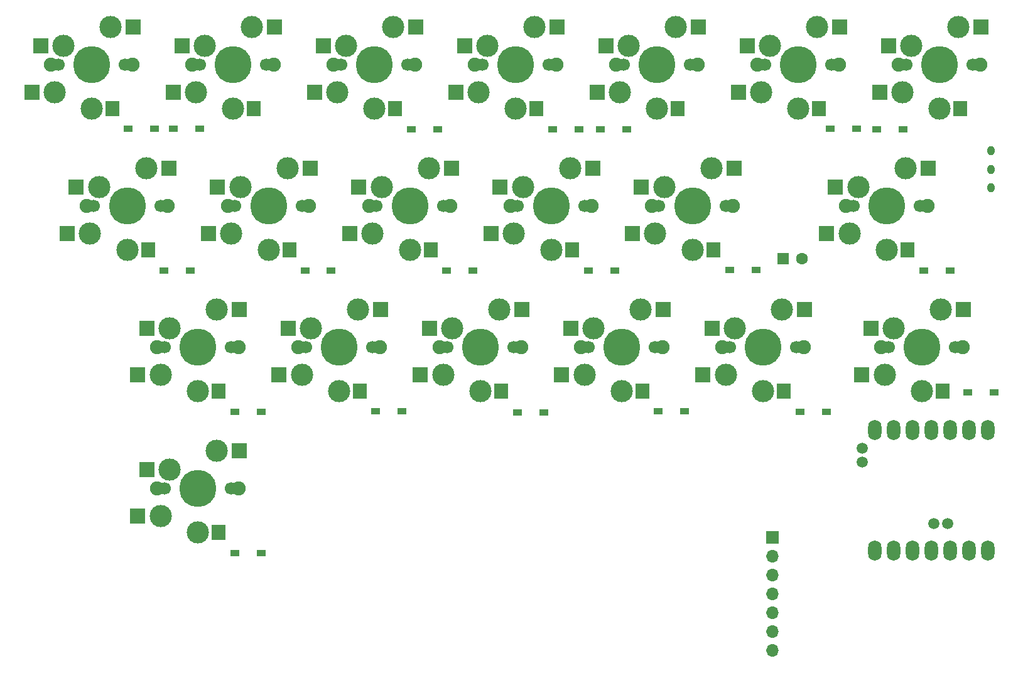
<source format=gbr>
%TF.GenerationSoftware,KiCad,Pcbnew,8.0.7*%
%TF.CreationDate,2025-01-09T22:17:52+09:00*%
%TF.ProjectId,cool937tb_R,636f6f6c-3933-4377-9462-5f522e6b6963,rev?*%
%TF.SameCoordinates,Original*%
%TF.FileFunction,Soldermask,Bot*%
%TF.FilePolarity,Negative*%
%FSLAX46Y46*%
G04 Gerber Fmt 4.6, Leading zero omitted, Abs format (unit mm)*
G04 Created by KiCad (PCBNEW 8.0.7) date 2025-01-09 22:17:52*
%MOMM*%
%LPD*%
G01*
G04 APERTURE LIST*
%ADD10R,1.300000X0.950000*%
%ADD11C,1.900000*%
%ADD12C,1.700000*%
%ADD13C,3.000000*%
%ADD14C,5.000000*%
%ADD15R,2.000000X2.000000*%
%ADD16R,1.900000X2.000000*%
%ADD17O,1.000000X1.300000*%
%ADD18R,1.700000X1.700000*%
%ADD19O,1.700000X1.700000*%
%ADD20R,1.600000X1.600000*%
%ADD21C,1.600000*%
%ADD22O,1.800000X2.750000*%
%ADD23C,1.500000*%
G04 APERTURE END LIST*
D10*
%TO.C,D14*%
X66955000Y-27760000D03*
X70505000Y-27760000D03*
%TD*%
D11*
%TO.C,SW1*%
X-5500000Y0D03*
D12*
X-5080000Y0D03*
D13*
X-5000000Y-3700000D03*
D12*
X-4500000Y0D03*
D13*
X-3810000Y2540000D03*
D14*
X0Y0D03*
D13*
X0Y-5900000D03*
X2540000Y5080000D03*
D12*
X4500000Y0D03*
X5080000Y0D03*
D11*
X5500000Y0D03*
D15*
X-8100000Y-3700000D03*
X-6900000Y2540000D03*
D16*
X2800000Y-5900000D03*
D15*
X5600000Y5080000D03*
%TD*%
D10*
%TO.C,D10*%
X47835000Y-27730000D03*
X51385000Y-27730000D03*
%TD*%
%TO.C,D15*%
X76375000Y-46770000D03*
X79925000Y-46770000D03*
%TD*%
D11*
%TO.C,SW8*%
X84987500Y-38100000D03*
D12*
X85407500Y-38100000D03*
D13*
X85487500Y-41800000D03*
D12*
X85987500Y-38100000D03*
D13*
X86677500Y-35560000D03*
D14*
X90487500Y-38100000D03*
D13*
X90487500Y-44000000D03*
X93027500Y-33020000D03*
D12*
X94987500Y-38100000D03*
X95567500Y-38100000D03*
D11*
X95987500Y-38100000D03*
D15*
X82387500Y-41800000D03*
X83587500Y-35560000D03*
D16*
X93287500Y-44000000D03*
D15*
X96087500Y-33020000D03*
%TD*%
D11*
%TO.C,SW15*%
X65937500Y-38100000D03*
D12*
X66357500Y-38100000D03*
D13*
X66437500Y-41800000D03*
D12*
X66937500Y-38100000D03*
D13*
X67627500Y-35560000D03*
D14*
X71437500Y-38100000D03*
D13*
X71437500Y-44000000D03*
X73977500Y-33020000D03*
D12*
X75937500Y-38100000D03*
X76517500Y-38100000D03*
D11*
X76937500Y-38100000D03*
D15*
X63337500Y-41800000D03*
X64537500Y-35560000D03*
D16*
X74237500Y-44000000D03*
D15*
X77037500Y-33020000D03*
%TD*%
D10*
%TO.C,D13*%
X62155000Y-8750000D03*
X65705000Y-8750000D03*
%TD*%
D11*
%TO.C,SW16*%
X108800000Y0D03*
D12*
X109220000Y0D03*
D13*
X109300000Y-3700000D03*
D12*
X109800000Y0D03*
D13*
X110490000Y2540000D03*
D14*
X114300000Y0D03*
D13*
X114300000Y-5900000D03*
X116840000Y5080000D03*
D12*
X118800000Y0D03*
X119380000Y0D03*
D11*
X119800000Y0D03*
D15*
X106200000Y-3700000D03*
X107400000Y2540000D03*
D16*
X117100000Y-5900000D03*
D15*
X119900000Y5080000D03*
%TD*%
D17*
%TO.C,SW21*%
X121220000Y-11620000D03*
X121220000Y-14120000D03*
X121220000Y-16620000D03*
%TD*%
D10*
%TO.C,D1*%
X4865000Y-8620000D03*
X8415000Y-8620000D03*
%TD*%
%TO.C,D2*%
X9745000Y-27730000D03*
X13295000Y-27730000D03*
%TD*%
%TO.C,D17*%
X68535000Y-8710000D03*
X72085000Y-8710000D03*
%TD*%
%TO.C,D7*%
X38245000Y-46750000D03*
X41795000Y-46750000D03*
%TD*%
D11*
%TO.C,SW13*%
X51650000Y0D03*
D12*
X52070000Y0D03*
D13*
X52150000Y-3700000D03*
D12*
X52650000Y0D03*
D13*
X53340000Y2540000D03*
D14*
X57150000Y0D03*
D13*
X57150000Y-5900000D03*
X59690000Y5080000D03*
D12*
X61650000Y0D03*
X62230000Y0D03*
D11*
X62650000Y0D03*
D15*
X49050000Y-3700000D03*
X50250000Y2540000D03*
D16*
X59950000Y-5900000D03*
D15*
X62750000Y5080000D03*
%TD*%
D10*
%TO.C,D11*%
X57405000Y-46880000D03*
X60955000Y-46880000D03*
%TD*%
D11*
%TO.C,SW17*%
X70700000Y0D03*
D12*
X71120000Y0D03*
D13*
X71200000Y-3700000D03*
D12*
X71700000Y0D03*
D13*
X72390000Y2540000D03*
D14*
X76200000Y0D03*
D13*
X76200000Y-5900000D03*
X78740000Y5080000D03*
D12*
X80700000Y0D03*
X81280000Y0D03*
D11*
X81700000Y0D03*
D15*
X68100000Y-3700000D03*
X69300000Y2540000D03*
D16*
X79000000Y-5900000D03*
D15*
X81800000Y5080000D03*
%TD*%
D11*
%TO.C,SW11*%
X46887500Y-38100000D03*
D12*
X47307500Y-38100000D03*
D13*
X47387500Y-41800000D03*
D12*
X47887500Y-38100000D03*
D13*
X48577500Y-35560000D03*
D14*
X52387500Y-38100000D03*
D13*
X52387500Y-44000000D03*
X54927500Y-33020000D03*
D12*
X56887500Y-38100000D03*
X57467500Y-38100000D03*
D11*
X57887500Y-38100000D03*
D15*
X44287500Y-41800000D03*
X45487500Y-35560000D03*
D16*
X55187500Y-44000000D03*
D15*
X57987500Y-33020000D03*
%TD*%
D11*
%TO.C,SW12*%
X75462500Y-19050000D03*
D12*
X75882500Y-19050000D03*
D13*
X75962500Y-22750000D03*
D12*
X76462500Y-19050000D03*
D13*
X77152500Y-16510000D03*
D14*
X80962500Y-19050000D03*
D13*
X80962500Y-24950000D03*
X83502500Y-13970000D03*
D12*
X85462500Y-19050000D03*
X86042500Y-19050000D03*
D11*
X86462500Y-19050000D03*
D15*
X72862500Y-22750000D03*
X74062500Y-16510000D03*
D16*
X83762500Y-24950000D03*
D15*
X86562500Y-13970000D03*
%TD*%
D11*
%TO.C,SW19*%
X106418750Y-38100000D03*
D12*
X106838750Y-38100000D03*
D13*
X106918750Y-41800000D03*
D12*
X107418750Y-38100000D03*
D13*
X108108750Y-35560000D03*
D14*
X111918750Y-38100000D03*
D13*
X111918750Y-44000000D03*
X114458750Y-33020000D03*
D12*
X116418750Y-38100000D03*
X116998750Y-38100000D03*
D11*
X117418750Y-38100000D03*
D15*
X103818750Y-41800000D03*
X105018750Y-35560000D03*
D16*
X114718750Y-44000000D03*
D15*
X117518750Y-33020000D03*
%TD*%
D11*
%TO.C,SW20*%
X89750000Y0D03*
D12*
X90170000Y0D03*
D13*
X90250000Y-3700000D03*
D12*
X90750000Y0D03*
D13*
X91440000Y2540000D03*
D14*
X95250000Y0D03*
D13*
X95250000Y-5900000D03*
X97790000Y5080000D03*
D12*
X99750000Y0D03*
X100330000Y0D03*
D11*
X100750000Y0D03*
D15*
X87150000Y-3700000D03*
X88350000Y2540000D03*
D16*
X98050000Y-5900000D03*
D15*
X100850000Y5080000D03*
%TD*%
D10*
%TO.C,D18*%
X112155000Y-27740000D03*
X115705000Y-27740000D03*
%TD*%
D11*
%TO.C,SW3*%
X8787500Y-38100000D03*
D12*
X9207500Y-38100000D03*
D13*
X9287500Y-41800000D03*
D12*
X9787500Y-38100000D03*
D13*
X10477500Y-35560000D03*
D14*
X14287500Y-38100000D03*
D13*
X14287500Y-44000000D03*
X16827500Y-33020000D03*
D12*
X18787500Y-38100000D03*
X19367500Y-38100000D03*
D11*
X19787500Y-38100000D03*
D15*
X6187500Y-41800000D03*
X7387500Y-35560000D03*
D16*
X17087500Y-44000000D03*
D15*
X19887500Y-33020000D03*
%TD*%
D11*
%TO.C,SW7*%
X27837500Y-38100000D03*
D12*
X28257500Y-38100000D03*
D13*
X28337500Y-41800000D03*
D12*
X28837500Y-38100000D03*
D13*
X29527500Y-35560000D03*
D14*
X33337500Y-38100000D03*
D13*
X33337500Y-44000000D03*
X35877500Y-33020000D03*
D12*
X37837500Y-38100000D03*
X38417500Y-38100000D03*
D11*
X38837500Y-38100000D03*
D15*
X25237500Y-41800000D03*
X26437500Y-35560000D03*
D16*
X36137500Y-44000000D03*
D15*
X38937500Y-33020000D03*
%TD*%
D10*
%TO.C,D4*%
X19315000Y-65850000D03*
X22865000Y-65850000D03*
%TD*%
%TO.C,D19*%
X118075000Y-44200000D03*
X121625000Y-44200000D03*
%TD*%
%TO.C,D5*%
X10985000Y-8670000D03*
X14535000Y-8670000D03*
%TD*%
D11*
%TO.C,SW10*%
X37362500Y-19050000D03*
D12*
X37782500Y-19050000D03*
D13*
X37862500Y-22750000D03*
D12*
X38362500Y-19050000D03*
D13*
X39052500Y-16510000D03*
D14*
X42862500Y-19050000D03*
D13*
X42862500Y-24950000D03*
X45402500Y-13970000D03*
D12*
X47362500Y-19050000D03*
X47942500Y-19050000D03*
D11*
X48362500Y-19050000D03*
D15*
X34762500Y-22750000D03*
X35962500Y-16510000D03*
D16*
X45662500Y-24950000D03*
D15*
X48462500Y-13970000D03*
%TD*%
D18*
%TO.C,J1*%
X91780000Y-63790000D03*
D19*
X91780000Y-66330000D03*
X91780000Y-68870000D03*
X91780000Y-71410000D03*
X91780000Y-73950000D03*
X91780000Y-76490000D03*
X91780000Y-79030000D03*
%TD*%
D10*
%TO.C,D12*%
X85975000Y-27700000D03*
X89525000Y-27700000D03*
%TD*%
%TO.C,D3*%
X19265000Y-46810000D03*
X22815000Y-46810000D03*
%TD*%
D20*
%TO.C,J8*%
X93206250Y-26193750D03*
D21*
X95726250Y-26193750D03*
%TD*%
D11*
%TO.C,SW5*%
X13550000Y0D03*
D12*
X13970000Y0D03*
D13*
X14050000Y-3700000D03*
D12*
X14550000Y0D03*
D13*
X15240000Y2540000D03*
D14*
X19050000Y0D03*
D13*
X19050000Y-5900000D03*
X21590000Y5080000D03*
D12*
X23550000Y0D03*
X24130000Y0D03*
D11*
X24550000Y0D03*
D15*
X10950000Y-3700000D03*
X12150000Y2540000D03*
D16*
X21850000Y-5900000D03*
D15*
X24650000Y5080000D03*
%TD*%
D11*
%TO.C,SW6*%
X18312500Y-19050000D03*
D12*
X18732500Y-19050000D03*
D13*
X18812500Y-22750000D03*
D12*
X19312500Y-19050000D03*
D13*
X20002500Y-16510000D03*
D14*
X23812500Y-19050000D03*
D13*
X23812500Y-24950000D03*
X26352500Y-13970000D03*
D12*
X28312500Y-19050000D03*
X28892500Y-19050000D03*
D11*
X29312500Y-19050000D03*
D15*
X15712500Y-22750000D03*
X16912500Y-16510000D03*
D16*
X26612500Y-24950000D03*
D15*
X29412500Y-13970000D03*
%TD*%
D11*
%TO.C,SW9*%
X32600000Y0D03*
D12*
X33020000Y0D03*
D13*
X33100000Y-3700000D03*
D12*
X33600000Y0D03*
D13*
X34290000Y2540000D03*
D14*
X38100000Y0D03*
D13*
X38100000Y-5900000D03*
X40640000Y5080000D03*
D12*
X42600000Y0D03*
X43180000Y0D03*
D11*
X43600000Y0D03*
D15*
X30000000Y-3700000D03*
X31200000Y2540000D03*
D16*
X40900000Y-5900000D03*
D15*
X43700000Y5080000D03*
%TD*%
D11*
%TO.C,SW4*%
X8787500Y-57150000D03*
D12*
X9207500Y-57150000D03*
D13*
X9287500Y-60850000D03*
D12*
X9787500Y-57150000D03*
D13*
X10477500Y-54610000D03*
D14*
X14287500Y-57150000D03*
D13*
X14287500Y-63050000D03*
X16827500Y-52070000D03*
D12*
X18787500Y-57150000D03*
X19367500Y-57150000D03*
D11*
X19787500Y-57150000D03*
D15*
X6187500Y-60850000D03*
X7387500Y-54610000D03*
D16*
X17087500Y-63050000D03*
D15*
X19887500Y-52070000D03*
%TD*%
D10*
%TO.C,D6*%
X28725000Y-27780000D03*
X32275000Y-27780000D03*
%TD*%
%TO.C,D16*%
X105845000Y-8730000D03*
X109395000Y-8730000D03*
%TD*%
D11*
%TO.C,SW2*%
X-737500Y-19050000D03*
D12*
X-317500Y-19050000D03*
D13*
X-237500Y-22750000D03*
D12*
X262500Y-19050000D03*
D13*
X952500Y-16510000D03*
D14*
X4762500Y-19050000D03*
D13*
X4762500Y-24950000D03*
X7302500Y-13970000D03*
D12*
X9262500Y-19050000D03*
X9842500Y-19050000D03*
D11*
X10262500Y-19050000D03*
D15*
X-3337500Y-22750000D03*
X-2137500Y-16510000D03*
D16*
X7562500Y-24950000D03*
D15*
X10362500Y-13970000D03*
%TD*%
D11*
%TO.C,SW18*%
X101656250Y-19050000D03*
D12*
X102076250Y-19050000D03*
D13*
X102156250Y-22750000D03*
D12*
X102656250Y-19050000D03*
D13*
X103346250Y-16510000D03*
D14*
X107156250Y-19050000D03*
D13*
X107156250Y-24950000D03*
X109696250Y-13970000D03*
D12*
X111656250Y-19050000D03*
X112236250Y-19050000D03*
D11*
X112656250Y-19050000D03*
D15*
X99056250Y-22750000D03*
X100256250Y-16510000D03*
D16*
X109956250Y-24950000D03*
D15*
X112756250Y-13970000D03*
%TD*%
D11*
%TO.C,SW14*%
X56412500Y-19050000D03*
D12*
X56832500Y-19050000D03*
D13*
X56912500Y-22750000D03*
D12*
X57412500Y-19050000D03*
D13*
X58102500Y-16510000D03*
D14*
X61912500Y-19050000D03*
D13*
X61912500Y-24950000D03*
X64452500Y-13970000D03*
D12*
X66412500Y-19050000D03*
X66992500Y-19050000D03*
D11*
X67412500Y-19050000D03*
D15*
X53812500Y-22750000D03*
X55012500Y-16510000D03*
D16*
X64712500Y-24950000D03*
D15*
X67512500Y-13970000D03*
%TD*%
D10*
%TO.C,D20*%
X99565000Y-8640000D03*
X103115000Y-8640000D03*
%TD*%
%TO.C,D9*%
X43055000Y-8680000D03*
X46605000Y-8680000D03*
%TD*%
%TO.C,D8*%
X95465000Y-46850000D03*
X99015000Y-46850000D03*
%TD*%
D22*
%TO.C,U1*%
X120806000Y-65540000D03*
X118266000Y-65540000D03*
X115726000Y-65540000D03*
X113186000Y-65540000D03*
X110646000Y-65540000D03*
X108106000Y-65540000D03*
X105566000Y-65540000D03*
X105566000Y-49300000D03*
X108106000Y-49300000D03*
X110646000Y-49300000D03*
X113186000Y-49300000D03*
X115726000Y-49300000D03*
X118266000Y-49300000D03*
X120806000Y-49300000D03*
D23*
X103874000Y-53584600D03*
X103874000Y-51705000D03*
X113503000Y-61865000D03*
X115408000Y-61865000D03*
%TD*%
M02*

</source>
